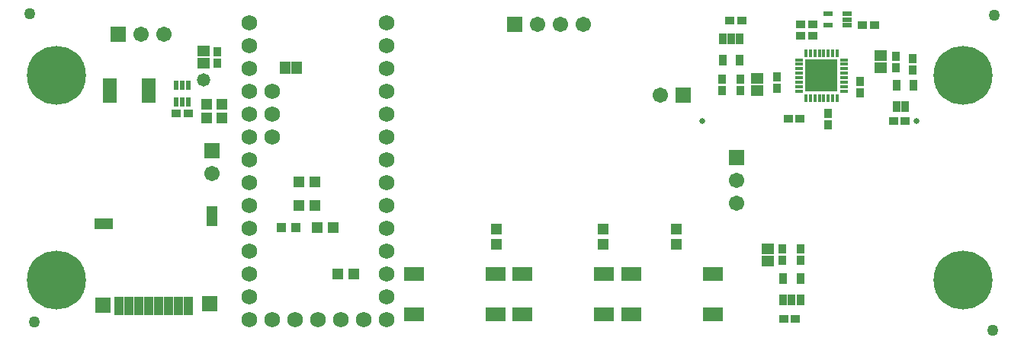
<source format=gts>
G04*
G04 #@! TF.GenerationSoftware,Altium Limited,Altium Designer,21.9.2 (33)*
G04*
G04 Layer_Color=8388736*
%FSLAX25Y25*%
%MOIN*%
G70*
G04*
G04 #@! TF.SameCoordinates,3D76239C-173F-42E3-A3A9-09309FEFE86B*
G04*
G04*
G04 #@! TF.FilePolarity,Negative*
G04*
G01*
G75*
%ADD33R,0.04343X0.03556*%
%ADD34R,0.02178X0.04343*%
%ADD35R,0.06312X0.10642*%
%ADD36R,0.05131X0.04737*%
%ADD37R,0.14186X0.14186*%
%ADD38O,0.03556X0.01587*%
%ADD39O,0.01587X0.03556*%
%ADD40R,0.03359X0.05131*%
%ADD41R,0.05800X0.04800*%
%ADD42R,0.04343X0.02375*%
%ADD43R,0.03556X0.04343*%
%ADD44R,0.03950X0.03950*%
%ADD45C,0.05000*%
%ADD46R,0.09068X0.06312*%
%ADD47R,0.04737X0.05131*%
%ADD48R,0.03950X0.08280*%
%ADD49R,0.08083X0.04737*%
%ADD50R,0.04737X0.08674*%
%ADD51R,0.06706X0.06706*%
%ADD52R,0.04800X0.05800*%
%ADD53C,0.06800*%
%ADD54C,0.25800*%
%ADD55C,0.06706*%
%ADD56R,0.06706X0.06706*%
%ADD57C,0.02600*%
%ADD58C,0.05800*%
D33*
X-115559Y-2500D02*
D03*
X-110441D02*
D03*
X-352441Y-43000D02*
D03*
X-357559D02*
D03*
X-79441Y-9000D02*
D03*
X-84559D02*
D03*
X-44059Y-46500D02*
D03*
X-38941D02*
D03*
X-92059Y-133000D02*
D03*
X-86941D02*
D03*
X-84941Y-45500D02*
D03*
X-90059D02*
D03*
X-79441Y-4000D02*
D03*
X-84559D02*
D03*
X-57559Y-4500D02*
D03*
X-52441D02*
D03*
D34*
X-357559Y-38240D02*
D03*
X-355000D02*
D03*
X-352441D02*
D03*
Y-30760D02*
D03*
X-355000D02*
D03*
X-357559D02*
D03*
D35*
X-386823Y-33000D02*
D03*
X-369500D02*
D03*
D36*
X-303847Y-73000D02*
D03*
X-297153D02*
D03*
X-303847Y-83500D02*
D03*
X-297153D02*
D03*
X-286846Y-113500D02*
D03*
X-280153D02*
D03*
X-337653Y-39000D02*
D03*
X-344346D02*
D03*
X-344346Y-45000D02*
D03*
X-337653D02*
D03*
X-289154Y-93000D02*
D03*
X-295847D02*
D03*
D37*
X-75500Y-26500D02*
D03*
D38*
X-85343Y-19610D02*
D03*
Y-21579D02*
D03*
Y-23547D02*
D03*
Y-25516D02*
D03*
Y-27484D02*
D03*
Y-29453D02*
D03*
Y-31421D02*
D03*
Y-33390D02*
D03*
X-65658D02*
D03*
Y-31421D02*
D03*
Y-29453D02*
D03*
Y-27484D02*
D03*
Y-25516D02*
D03*
Y-23547D02*
D03*
Y-21579D02*
D03*
Y-19610D02*
D03*
D39*
X-82390Y-36342D02*
D03*
X-80421D02*
D03*
X-78453D02*
D03*
X-76484D02*
D03*
X-74516D02*
D03*
X-72547D02*
D03*
X-70579D02*
D03*
X-68610D02*
D03*
Y-16657D02*
D03*
X-70579D02*
D03*
X-72547D02*
D03*
X-74516D02*
D03*
X-76484D02*
D03*
X-78453D02*
D03*
X-80421D02*
D03*
X-82390D02*
D03*
D40*
X-92240Y-124740D02*
D03*
X-88500D02*
D03*
X-84760D02*
D03*
Y-115291D02*
D03*
X-92240D02*
D03*
X-42740Y-40224D02*
D03*
X-39000D02*
D03*
X-35260Y-30776D02*
D03*
X-42740D02*
D03*
X-111260Y-10276D02*
D03*
X-115000D02*
D03*
X-118740D02*
D03*
Y-19724D02*
D03*
X-111260D02*
D03*
D41*
X-99000Y-107666D02*
D03*
Y-102366D02*
D03*
X-49500Y-23150D02*
D03*
Y-17850D02*
D03*
X-103500Y-27850D02*
D03*
Y-33150D02*
D03*
X-345500Y-15850D02*
D03*
Y-21150D02*
D03*
D42*
X-64169Y-4559D02*
D03*
Y-2000D02*
D03*
Y559D02*
D03*
X-72831D02*
D03*
Y-4559D02*
D03*
D43*
X-58500Y-28941D02*
D03*
Y-34059D02*
D03*
X-43000Y-23059D02*
D03*
Y-17941D02*
D03*
X-35500Y-24059D02*
D03*
Y-18941D02*
D03*
X-92500Y-107575D02*
D03*
Y-102457D02*
D03*
X-84500Y-107575D02*
D03*
Y-102457D02*
D03*
X-111000Y-27941D02*
D03*
Y-33059D02*
D03*
X-119000Y-27941D02*
D03*
Y-33059D02*
D03*
X-95000Y-26941D02*
D03*
Y-32059D02*
D03*
X-72500Y-48059D02*
D03*
Y-42941D02*
D03*
X-339500Y-15941D02*
D03*
Y-21059D02*
D03*
D44*
X-311748Y-93000D02*
D03*
X-305252D02*
D03*
D45*
X-419500Y-134500D02*
D03*
X-421500Y500D02*
D03*
X-500Y-138000D02*
D03*
X0Y0D02*
D03*
D46*
X-170500Y-131000D02*
D03*
Y-113284D02*
D03*
X-206327Y-131000D02*
D03*
Y-113284D02*
D03*
X-218000Y-131000D02*
D03*
Y-113284D02*
D03*
X-253827Y-131000D02*
D03*
Y-113284D02*
D03*
X-123000Y-131000D02*
D03*
Y-113284D02*
D03*
X-158827Y-131000D02*
D03*
Y-113284D02*
D03*
D47*
X-171000Y-100347D02*
D03*
Y-93654D02*
D03*
X-217500Y-100347D02*
D03*
Y-93654D02*
D03*
X-139000Y-100347D02*
D03*
Y-93654D02*
D03*
D48*
X-382512Y-127551D02*
D03*
X-378181D02*
D03*
X-373850D02*
D03*
X-369520D02*
D03*
X-365189D02*
D03*
X-360858D02*
D03*
X-356528D02*
D03*
X-352197D02*
D03*
D49*
X-389209Y-91378D02*
D03*
D50*
X-342000Y-88032D02*
D03*
D51*
X-343000Y-126500D02*
D03*
X-389500Y-127000D02*
D03*
X-112500Y-62500D02*
D03*
X-342000Y-59500D02*
D03*
D52*
X-304850Y-23000D02*
D03*
X-310150D02*
D03*
D53*
X-315500Y-53500D02*
D03*
Y-43500D02*
D03*
Y-33500D02*
D03*
X-305500Y-133500D02*
D03*
X-325500Y-3500D02*
D03*
Y-13500D02*
D03*
Y-23500D02*
D03*
Y-33500D02*
D03*
Y-43500D02*
D03*
Y-53500D02*
D03*
Y-63500D02*
D03*
Y-73500D02*
D03*
Y-83500D02*
D03*
Y-93500D02*
D03*
Y-103500D02*
D03*
Y-113500D02*
D03*
Y-123500D02*
D03*
Y-133500D02*
D03*
X-315500D02*
D03*
X-295500D02*
D03*
X-285500D02*
D03*
X-275500D02*
D03*
X-265500D02*
D03*
Y-123500D02*
D03*
Y-113500D02*
D03*
Y-103500D02*
D03*
Y-93500D02*
D03*
Y-83500D02*
D03*
Y-73500D02*
D03*
Y-63500D02*
D03*
Y-53500D02*
D03*
Y-43500D02*
D03*
Y-33500D02*
D03*
Y-23500D02*
D03*
Y-13500D02*
D03*
Y-3500D02*
D03*
D54*
X-410000Y-26500D02*
D03*
X-13500D02*
D03*
Y-116000D02*
D03*
X-410000D02*
D03*
D55*
X-112500Y-72500D02*
D03*
Y-82500D02*
D03*
X-342000Y-69500D02*
D03*
X-373000Y-8500D02*
D03*
X-363000D02*
D03*
X-179500Y-4000D02*
D03*
X-189500D02*
D03*
X-199500D02*
D03*
X-146000Y-35000D02*
D03*
D56*
X-383000Y-8500D02*
D03*
X-209500Y-4000D02*
D03*
X-136000Y-35000D02*
D03*
D57*
X-34000Y-46500D02*
D03*
X-127500D02*
D03*
D58*
X-345500Y-28500D02*
D03*
M02*

</source>
